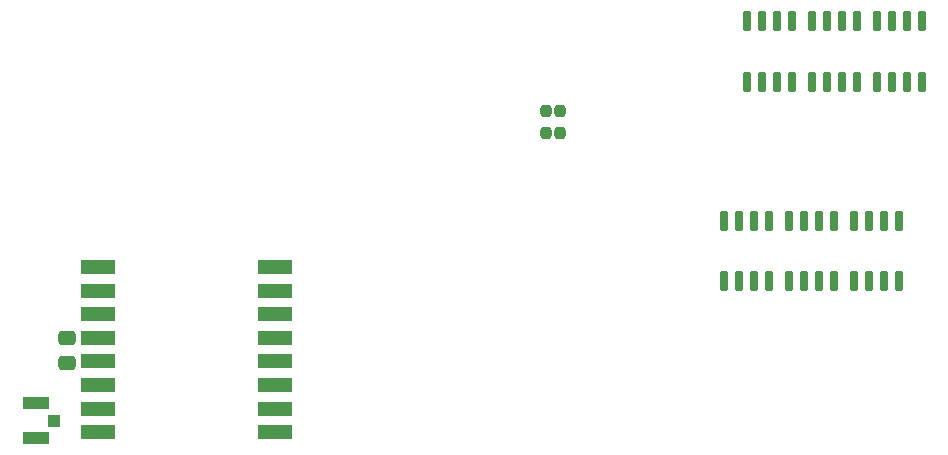
<source format=gbr>
%TF.GenerationSoftware,KiCad,Pcbnew,(6.0.2)*%
%TF.CreationDate,2022-04-22T14:27:02-06:00*%
%TF.ProjectId,CONEPROJ,434f4e45-5052-44f4-9a2e-6b696361645f,rev?*%
%TF.SameCoordinates,Original*%
%TF.FileFunction,Paste,Bot*%
%TF.FilePolarity,Positive*%
%FSLAX46Y46*%
G04 Gerber Fmt 4.6, Leading zero omitted, Abs format (unit mm)*
G04 Created by KiCad (PCBNEW (6.0.2)) date 2022-04-22 14:27:02*
%MOMM*%
%LPD*%
G01*
G04 APERTURE LIST*
G04 Aperture macros list*
%AMRoundRect*
0 Rectangle with rounded corners*
0 $1 Rounding radius*
0 $2 $3 $4 $5 $6 $7 $8 $9 X,Y pos of 4 corners*
0 Add a 4 corners polygon primitive as box body*
4,1,4,$2,$3,$4,$5,$6,$7,$8,$9,$2,$3,0*
0 Add four circle primitives for the rounded corners*
1,1,$1+$1,$2,$3*
1,1,$1+$1,$4,$5*
1,1,$1+$1,$6,$7*
1,1,$1+$1,$8,$9*
0 Add four rect primitives between the rounded corners*
20,1,$1+$1,$2,$3,$4,$5,0*
20,1,$1+$1,$4,$5,$6,$7,0*
20,1,$1+$1,$6,$7,$8,$9,0*
20,1,$1+$1,$8,$9,$2,$3,0*%
G04 Aperture macros list end*
%ADD10RoundRect,0.150000X0.150000X-0.725000X0.150000X0.725000X-0.150000X0.725000X-0.150000X-0.725000X0*%
%ADD11R,3.000000X1.200000*%
%ADD12RoundRect,0.250000X0.475000X-0.337500X0.475000X0.337500X-0.475000X0.337500X-0.475000X-0.337500X0*%
%ADD13RoundRect,0.237500X-0.237500X0.250000X-0.237500X-0.250000X0.237500X-0.250000X0.237500X0.250000X0*%
%ADD14R,2.200000X1.050000*%
%ADD15R,1.050000X1.000000*%
G04 APERTURE END LIST*
D10*
%TO.C,Q7*%
X94205000Y-59800000D03*
X92935000Y-59800000D03*
X91665000Y-59800000D03*
X90395000Y-59800000D03*
X90395000Y-54650000D03*
X91665000Y-54650000D03*
X92935000Y-54650000D03*
X94205000Y-54650000D03*
%TD*%
%TO.C,Q5*%
X105255000Y-59800000D03*
X103985000Y-59800000D03*
X102715000Y-59800000D03*
X101445000Y-59800000D03*
X101445000Y-54650000D03*
X102715000Y-54650000D03*
X103985000Y-54650000D03*
X105255000Y-54650000D03*
%TD*%
%TO.C,Q6*%
X103305000Y-76725000D03*
X102035000Y-76725000D03*
X100765000Y-76725000D03*
X99495000Y-76725000D03*
X99495000Y-71575000D03*
X100765000Y-71575000D03*
X102035000Y-71575000D03*
X103305000Y-71575000D03*
%TD*%
%TO.C,Q3*%
X92280000Y-76725000D03*
X91010000Y-76725000D03*
X89740000Y-76725000D03*
X88470000Y-76725000D03*
X88470000Y-71575000D03*
X89740000Y-71575000D03*
X91010000Y-71575000D03*
X92280000Y-71575000D03*
%TD*%
D11*
%TO.C,U310*%
X50480000Y-75500000D03*
X50480000Y-77500000D03*
X50480000Y-79500000D03*
X50480000Y-81500000D03*
X50480000Y-83500000D03*
X50480000Y-85500000D03*
X50480000Y-87500000D03*
X50480000Y-89500000D03*
X35480000Y-89500000D03*
X35480000Y-87500000D03*
X35480000Y-85500000D03*
X35480000Y-83500000D03*
X35480000Y-81500000D03*
X35480000Y-79500000D03*
X35480000Y-77500000D03*
X35480000Y-75500000D03*
%TD*%
D12*
%TO.C,C302*%
X32850000Y-83587500D03*
X32850000Y-81512500D03*
%TD*%
D10*
%TO.C,Q4*%
X97805000Y-76725000D03*
X96535000Y-76725000D03*
X95265000Y-76725000D03*
X93995000Y-76725000D03*
X93995000Y-71575000D03*
X95265000Y-71575000D03*
X96535000Y-71575000D03*
X97805000Y-71575000D03*
%TD*%
D13*
%TO.C,R12*%
X73376667Y-62292500D03*
X73376667Y-64117500D03*
%TD*%
%TO.C,R11*%
X74546667Y-62292500D03*
X74546667Y-64117500D03*
%TD*%
D10*
%TO.C,Q2*%
X99705000Y-59800000D03*
X98435000Y-59800000D03*
X97165000Y-59800000D03*
X95895000Y-59800000D03*
X95895000Y-54650000D03*
X97165000Y-54650000D03*
X98435000Y-54650000D03*
X99705000Y-54650000D03*
%TD*%
D14*
%TO.C,J304*%
X30175000Y-87025000D03*
D15*
X31700000Y-88500000D03*
D14*
X30175000Y-89975000D03*
%TD*%
M02*

</source>
